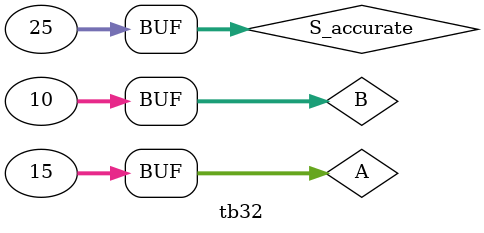
<source format=v>
module tb32;
    // Inputs
    reg [31:0] A;
    reg [31:0] B;
 

    // Outputs
    wire [31:0] S;
	wire [31:0] S_accurate;
    wire Cout;


    // Instantiate the Unit Under Test (UUT)
    ETAIIM32 uut (.A(A), 
    .B(B), 
    .S(S)
    );

    initial begin
    // Initialize Inputs
    A = 0;  B = 0;
    // Wait 100 ns for global reset to finish
    #100;
        
    // Add stimulus here
    A=4'b00011;B=4'b00010;
    #10 A=4'b100;B=4'b0011;
    #10 A=4'b1101;B=4'b1010;
    #10 A=4'b1110;B=4'b1001;
    #10 A=4'b0001110001110001111;B=4'b001100110011001010;
	#10 A=4'b01111111111111111111111111111111;B=4'b001111111111100110011001010;
    end 

assign S_accurate = A+B;
endmodule

</source>
